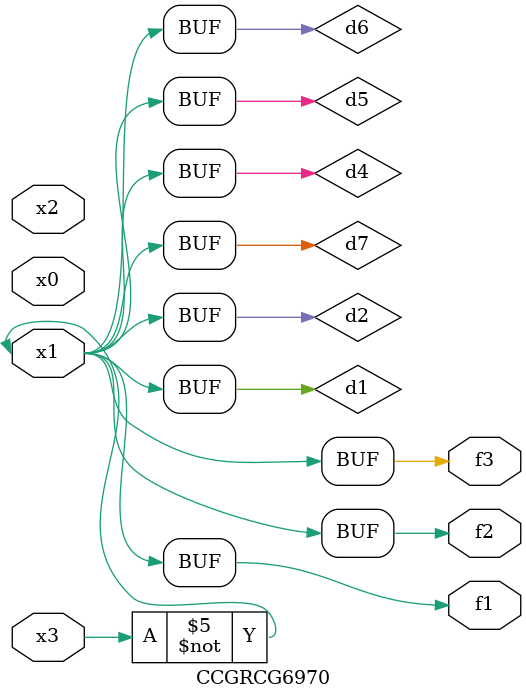
<source format=v>
module CCGRCG6970(
	input x0, x1, x2, x3,
	output f1, f2, f3
);

	wire d1, d2, d3, d4, d5, d6, d7;

	not (d1, x3);
	buf (d2, x1);
	xnor (d3, d1, d2);
	nor (d4, d1);
	buf (d5, d1, d2);
	buf (d6, d4, d5);
	nand (d7, d4);
	assign f1 = d6;
	assign f2 = d7;
	assign f3 = d6;
endmodule

</source>
